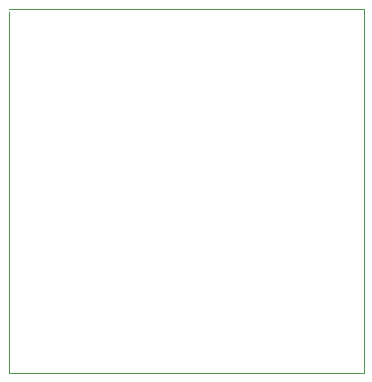
<source format=gbr>
G04 #@! TF.GenerationSoftware,KiCad,Pcbnew,(5.1.5)-3*
G04 #@! TF.CreationDate,2020-05-29T10:17:19-05:00*
G04 #@! TF.ProjectId,MSP430G2553,4d535034-3330-4473-9235-35332e6b6963,rev?*
G04 #@! TF.SameCoordinates,PX4db9760PY5f9b190*
G04 #@! TF.FileFunction,Profile,NP*
%FSLAX46Y46*%
G04 Gerber Fmt 4.6, Leading zero omitted, Abs format (unit mm)*
G04 Created by KiCad (PCBNEW (5.1.5)-3) date 2020-05-29 10:17:19*
%MOMM*%
%LPD*%
G04 APERTURE LIST*
%ADD10C,0.050000*%
G04 APERTURE END LIST*
D10*
X0Y0D02*
X0Y30500000D01*
X30000000Y0D02*
X0Y0D01*
X30000000Y30750000D02*
X30000000Y0D01*
X0Y30750000D02*
X30000000Y30750000D01*
M02*

</source>
